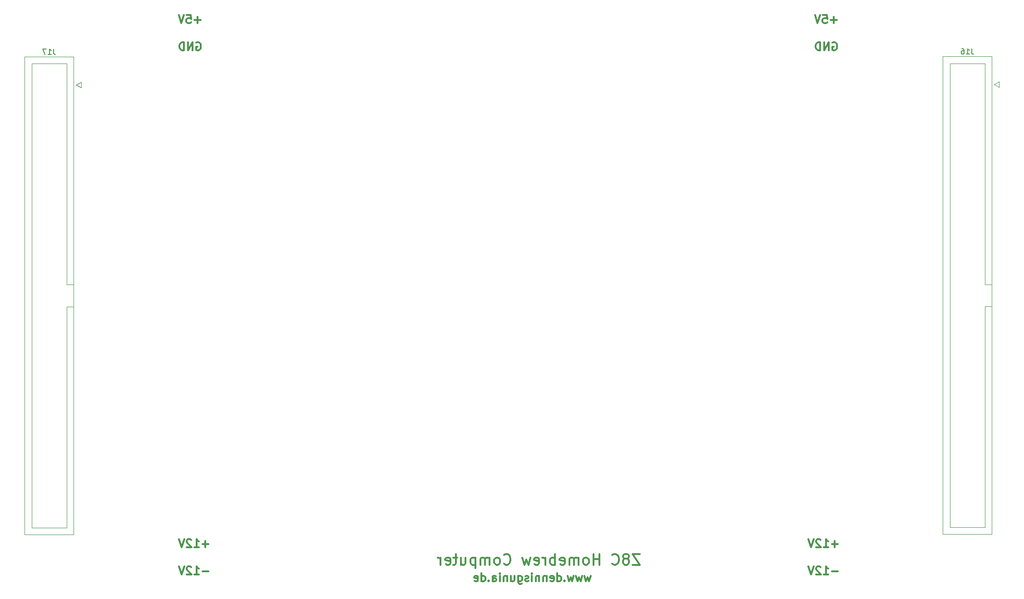
<source format=gbr>
%TF.GenerationSoftware,KiCad,Pcbnew,7.0.11+dfsg-1build4*%
%TF.CreationDate,2024-12-30T23:58:22+01:00*%
%TF.ProjectId,Z80-Backplane,5a38302d-4261-4636-9b70-6c616e652e6b,rev?*%
%TF.SameCoordinates,Original*%
%TF.FileFunction,Legend,Bot*%
%TF.FilePolarity,Positive*%
%FSLAX46Y46*%
G04 Gerber Fmt 4.6, Leading zero omitted, Abs format (unit mm)*
G04 Created by KiCad (PCBNEW 7.0.11+dfsg-1build4) date 2024-12-30 23:58:22*
%MOMM*%
%LPD*%
G01*
G04 APERTURE LIST*
%ADD10C,0.300000*%
%ADD11C,0.150000*%
%ADD12C,0.120000*%
G04 APERTURE END LIST*
D10*
X79120856Y-64019757D02*
X79263714Y-63948328D01*
X79263714Y-63948328D02*
X79477999Y-63948328D01*
X79477999Y-63948328D02*
X79692285Y-64019757D01*
X79692285Y-64019757D02*
X79835142Y-64162614D01*
X79835142Y-64162614D02*
X79906571Y-64305471D01*
X79906571Y-64305471D02*
X79977999Y-64591185D01*
X79977999Y-64591185D02*
X79977999Y-64805471D01*
X79977999Y-64805471D02*
X79906571Y-65091185D01*
X79906571Y-65091185D02*
X79835142Y-65234042D01*
X79835142Y-65234042D02*
X79692285Y-65376900D01*
X79692285Y-65376900D02*
X79477999Y-65448328D01*
X79477999Y-65448328D02*
X79335142Y-65448328D01*
X79335142Y-65448328D02*
X79120856Y-65376900D01*
X79120856Y-65376900D02*
X79049428Y-65305471D01*
X79049428Y-65305471D02*
X79049428Y-64805471D01*
X79049428Y-64805471D02*
X79335142Y-64805471D01*
X78406571Y-65448328D02*
X78406571Y-63948328D01*
X78406571Y-63948328D02*
X77549428Y-65448328D01*
X77549428Y-65448328D02*
X77549428Y-63948328D01*
X76835142Y-65448328D02*
X76835142Y-63948328D01*
X76835142Y-63948328D02*
X76477999Y-63948328D01*
X76477999Y-63948328D02*
X76263713Y-64019757D01*
X76263713Y-64019757D02*
X76120856Y-64162614D01*
X76120856Y-64162614D02*
X76049427Y-64305471D01*
X76049427Y-64305471D02*
X75977999Y-64591185D01*
X75977999Y-64591185D02*
X75977999Y-64805471D01*
X75977999Y-64805471D02*
X76049427Y-65091185D01*
X76049427Y-65091185D02*
X76120856Y-65234042D01*
X76120856Y-65234042D02*
X76263713Y-65376900D01*
X76263713Y-65376900D02*
X76477999Y-65448328D01*
X76477999Y-65448328D02*
X76835142Y-65448328D01*
X81382856Y-162666900D02*
X80239999Y-162666900D01*
X78739998Y-163238328D02*
X79597141Y-163238328D01*
X79168570Y-163238328D02*
X79168570Y-161738328D01*
X79168570Y-161738328D02*
X79311427Y-161952614D01*
X79311427Y-161952614D02*
X79454284Y-162095471D01*
X79454284Y-162095471D02*
X79597141Y-162166900D01*
X78168570Y-161881185D02*
X78097142Y-161809757D01*
X78097142Y-161809757D02*
X77954285Y-161738328D01*
X77954285Y-161738328D02*
X77597142Y-161738328D01*
X77597142Y-161738328D02*
X77454285Y-161809757D01*
X77454285Y-161809757D02*
X77382856Y-161881185D01*
X77382856Y-161881185D02*
X77311427Y-162024042D01*
X77311427Y-162024042D02*
X77311427Y-162166900D01*
X77311427Y-162166900D02*
X77382856Y-162381185D01*
X77382856Y-162381185D02*
X78239999Y-163238328D01*
X78239999Y-163238328D02*
X77311427Y-163238328D01*
X76882856Y-161738328D02*
X76382856Y-163238328D01*
X76382856Y-163238328D02*
X75882856Y-161738328D01*
X152624858Y-163508328D02*
X152339144Y-164508328D01*
X152339144Y-164508328D02*
X152053429Y-163794042D01*
X152053429Y-163794042D02*
X151767715Y-164508328D01*
X151767715Y-164508328D02*
X151482001Y-163508328D01*
X151053429Y-163508328D02*
X150767715Y-164508328D01*
X150767715Y-164508328D02*
X150482000Y-163794042D01*
X150482000Y-163794042D02*
X150196286Y-164508328D01*
X150196286Y-164508328D02*
X149910572Y-163508328D01*
X149482000Y-163508328D02*
X149196286Y-164508328D01*
X149196286Y-164508328D02*
X148910571Y-163794042D01*
X148910571Y-163794042D02*
X148624857Y-164508328D01*
X148624857Y-164508328D02*
X148339143Y-163508328D01*
X147767714Y-164365471D02*
X147696285Y-164436900D01*
X147696285Y-164436900D02*
X147767714Y-164508328D01*
X147767714Y-164508328D02*
X147839142Y-164436900D01*
X147839142Y-164436900D02*
X147767714Y-164365471D01*
X147767714Y-164365471D02*
X147767714Y-164508328D01*
X146410571Y-164508328D02*
X146410571Y-163008328D01*
X146410571Y-164436900D02*
X146553428Y-164508328D01*
X146553428Y-164508328D02*
X146839142Y-164508328D01*
X146839142Y-164508328D02*
X146981999Y-164436900D01*
X146981999Y-164436900D02*
X147053428Y-164365471D01*
X147053428Y-164365471D02*
X147124856Y-164222614D01*
X147124856Y-164222614D02*
X147124856Y-163794042D01*
X147124856Y-163794042D02*
X147053428Y-163651185D01*
X147053428Y-163651185D02*
X146981999Y-163579757D01*
X146981999Y-163579757D02*
X146839142Y-163508328D01*
X146839142Y-163508328D02*
X146553428Y-163508328D01*
X146553428Y-163508328D02*
X146410571Y-163579757D01*
X145124856Y-164436900D02*
X145267713Y-164508328D01*
X145267713Y-164508328D02*
X145553428Y-164508328D01*
X145553428Y-164508328D02*
X145696285Y-164436900D01*
X145696285Y-164436900D02*
X145767713Y-164294042D01*
X145767713Y-164294042D02*
X145767713Y-163722614D01*
X145767713Y-163722614D02*
X145696285Y-163579757D01*
X145696285Y-163579757D02*
X145553428Y-163508328D01*
X145553428Y-163508328D02*
X145267713Y-163508328D01*
X145267713Y-163508328D02*
X145124856Y-163579757D01*
X145124856Y-163579757D02*
X145053428Y-163722614D01*
X145053428Y-163722614D02*
X145053428Y-163865471D01*
X145053428Y-163865471D02*
X145767713Y-164008328D01*
X144410571Y-163508328D02*
X144410571Y-164508328D01*
X144410571Y-163651185D02*
X144339142Y-163579757D01*
X144339142Y-163579757D02*
X144196285Y-163508328D01*
X144196285Y-163508328D02*
X143981999Y-163508328D01*
X143981999Y-163508328D02*
X143839142Y-163579757D01*
X143839142Y-163579757D02*
X143767714Y-163722614D01*
X143767714Y-163722614D02*
X143767714Y-164508328D01*
X143053428Y-163508328D02*
X143053428Y-164508328D01*
X143053428Y-163651185D02*
X142981999Y-163579757D01*
X142981999Y-163579757D02*
X142839142Y-163508328D01*
X142839142Y-163508328D02*
X142624856Y-163508328D01*
X142624856Y-163508328D02*
X142481999Y-163579757D01*
X142481999Y-163579757D02*
X142410571Y-163722614D01*
X142410571Y-163722614D02*
X142410571Y-164508328D01*
X141696285Y-164508328D02*
X141696285Y-163508328D01*
X141696285Y-163008328D02*
X141767713Y-163079757D01*
X141767713Y-163079757D02*
X141696285Y-163151185D01*
X141696285Y-163151185D02*
X141624856Y-163079757D01*
X141624856Y-163079757D02*
X141696285Y-163008328D01*
X141696285Y-163008328D02*
X141696285Y-163151185D01*
X141053427Y-164436900D02*
X140910570Y-164508328D01*
X140910570Y-164508328D02*
X140624856Y-164508328D01*
X140624856Y-164508328D02*
X140481999Y-164436900D01*
X140481999Y-164436900D02*
X140410570Y-164294042D01*
X140410570Y-164294042D02*
X140410570Y-164222614D01*
X140410570Y-164222614D02*
X140481999Y-164079757D01*
X140481999Y-164079757D02*
X140624856Y-164008328D01*
X140624856Y-164008328D02*
X140839142Y-164008328D01*
X140839142Y-164008328D02*
X140981999Y-163936900D01*
X140981999Y-163936900D02*
X141053427Y-163794042D01*
X141053427Y-163794042D02*
X141053427Y-163722614D01*
X141053427Y-163722614D02*
X140981999Y-163579757D01*
X140981999Y-163579757D02*
X140839142Y-163508328D01*
X140839142Y-163508328D02*
X140624856Y-163508328D01*
X140624856Y-163508328D02*
X140481999Y-163579757D01*
X139124856Y-163508328D02*
X139124856Y-164722614D01*
X139124856Y-164722614D02*
X139196284Y-164865471D01*
X139196284Y-164865471D02*
X139267713Y-164936900D01*
X139267713Y-164936900D02*
X139410570Y-165008328D01*
X139410570Y-165008328D02*
X139624856Y-165008328D01*
X139624856Y-165008328D02*
X139767713Y-164936900D01*
X139124856Y-164436900D02*
X139267713Y-164508328D01*
X139267713Y-164508328D02*
X139553427Y-164508328D01*
X139553427Y-164508328D02*
X139696284Y-164436900D01*
X139696284Y-164436900D02*
X139767713Y-164365471D01*
X139767713Y-164365471D02*
X139839141Y-164222614D01*
X139839141Y-164222614D02*
X139839141Y-163794042D01*
X139839141Y-163794042D02*
X139767713Y-163651185D01*
X139767713Y-163651185D02*
X139696284Y-163579757D01*
X139696284Y-163579757D02*
X139553427Y-163508328D01*
X139553427Y-163508328D02*
X139267713Y-163508328D01*
X139267713Y-163508328D02*
X139124856Y-163579757D01*
X137767713Y-163508328D02*
X137767713Y-164508328D01*
X138410570Y-163508328D02*
X138410570Y-164294042D01*
X138410570Y-164294042D02*
X138339141Y-164436900D01*
X138339141Y-164436900D02*
X138196284Y-164508328D01*
X138196284Y-164508328D02*
X137981998Y-164508328D01*
X137981998Y-164508328D02*
X137839141Y-164436900D01*
X137839141Y-164436900D02*
X137767713Y-164365471D01*
X137053427Y-163508328D02*
X137053427Y-164508328D01*
X137053427Y-163651185D02*
X136981998Y-163579757D01*
X136981998Y-163579757D02*
X136839141Y-163508328D01*
X136839141Y-163508328D02*
X136624855Y-163508328D01*
X136624855Y-163508328D02*
X136481998Y-163579757D01*
X136481998Y-163579757D02*
X136410570Y-163722614D01*
X136410570Y-163722614D02*
X136410570Y-164508328D01*
X135696284Y-164508328D02*
X135696284Y-163508328D01*
X135696284Y-163008328D02*
X135767712Y-163079757D01*
X135767712Y-163079757D02*
X135696284Y-163151185D01*
X135696284Y-163151185D02*
X135624855Y-163079757D01*
X135624855Y-163079757D02*
X135696284Y-163008328D01*
X135696284Y-163008328D02*
X135696284Y-163151185D01*
X134339141Y-164508328D02*
X134339141Y-163722614D01*
X134339141Y-163722614D02*
X134410569Y-163579757D01*
X134410569Y-163579757D02*
X134553426Y-163508328D01*
X134553426Y-163508328D02*
X134839141Y-163508328D01*
X134839141Y-163508328D02*
X134981998Y-163579757D01*
X134339141Y-164436900D02*
X134481998Y-164508328D01*
X134481998Y-164508328D02*
X134839141Y-164508328D01*
X134839141Y-164508328D02*
X134981998Y-164436900D01*
X134981998Y-164436900D02*
X135053426Y-164294042D01*
X135053426Y-164294042D02*
X135053426Y-164151185D01*
X135053426Y-164151185D02*
X134981998Y-164008328D01*
X134981998Y-164008328D02*
X134839141Y-163936900D01*
X134839141Y-163936900D02*
X134481998Y-163936900D01*
X134481998Y-163936900D02*
X134339141Y-163865471D01*
X133624855Y-164365471D02*
X133553426Y-164436900D01*
X133553426Y-164436900D02*
X133624855Y-164508328D01*
X133624855Y-164508328D02*
X133696283Y-164436900D01*
X133696283Y-164436900D02*
X133624855Y-164365471D01*
X133624855Y-164365471D02*
X133624855Y-164508328D01*
X132267712Y-164508328D02*
X132267712Y-163008328D01*
X132267712Y-164436900D02*
X132410569Y-164508328D01*
X132410569Y-164508328D02*
X132696283Y-164508328D01*
X132696283Y-164508328D02*
X132839140Y-164436900D01*
X132839140Y-164436900D02*
X132910569Y-164365471D01*
X132910569Y-164365471D02*
X132981997Y-164222614D01*
X132981997Y-164222614D02*
X132981997Y-163794042D01*
X132981997Y-163794042D02*
X132910569Y-163651185D01*
X132910569Y-163651185D02*
X132839140Y-163579757D01*
X132839140Y-163579757D02*
X132696283Y-163508328D01*
X132696283Y-163508328D02*
X132410569Y-163508328D01*
X132410569Y-163508328D02*
X132267712Y-163579757D01*
X130981997Y-164436900D02*
X131124854Y-164508328D01*
X131124854Y-164508328D02*
X131410569Y-164508328D01*
X131410569Y-164508328D02*
X131553426Y-164436900D01*
X131553426Y-164436900D02*
X131624854Y-164294042D01*
X131624854Y-164294042D02*
X131624854Y-163722614D01*
X131624854Y-163722614D02*
X131553426Y-163579757D01*
X131553426Y-163579757D02*
X131410569Y-163508328D01*
X131410569Y-163508328D02*
X131124854Y-163508328D01*
X131124854Y-163508328D02*
X130981997Y-163579757D01*
X130981997Y-163579757D02*
X130910569Y-163722614D01*
X130910569Y-163722614D02*
X130910569Y-163865471D01*
X130910569Y-163865471D02*
X131624854Y-164008328D01*
X198730856Y-157586900D02*
X197587999Y-157586900D01*
X198159427Y-158158328D02*
X198159427Y-157015471D01*
X196087998Y-158158328D02*
X196945141Y-158158328D01*
X196516570Y-158158328D02*
X196516570Y-156658328D01*
X196516570Y-156658328D02*
X196659427Y-156872614D01*
X196659427Y-156872614D02*
X196802284Y-157015471D01*
X196802284Y-157015471D02*
X196945141Y-157086900D01*
X195516570Y-156801185D02*
X195445142Y-156729757D01*
X195445142Y-156729757D02*
X195302285Y-156658328D01*
X195302285Y-156658328D02*
X194945142Y-156658328D01*
X194945142Y-156658328D02*
X194802285Y-156729757D01*
X194802285Y-156729757D02*
X194730856Y-156801185D01*
X194730856Y-156801185D02*
X194659427Y-156944042D01*
X194659427Y-156944042D02*
X194659427Y-157086900D01*
X194659427Y-157086900D02*
X194730856Y-157301185D01*
X194730856Y-157301185D02*
X195587999Y-158158328D01*
X195587999Y-158158328D02*
X194659427Y-158158328D01*
X194230856Y-156658328D02*
X193730856Y-158158328D01*
X193730856Y-158158328D02*
X193230856Y-156658328D01*
X161811524Y-159437638D02*
X160478191Y-159437638D01*
X160478191Y-159437638D02*
X161811524Y-161437638D01*
X161811524Y-161437638D02*
X160478191Y-161437638D01*
X159430572Y-160294780D02*
X159621048Y-160199542D01*
X159621048Y-160199542D02*
X159716286Y-160104304D01*
X159716286Y-160104304D02*
X159811524Y-159913828D01*
X159811524Y-159913828D02*
X159811524Y-159818590D01*
X159811524Y-159818590D02*
X159716286Y-159628114D01*
X159716286Y-159628114D02*
X159621048Y-159532876D01*
X159621048Y-159532876D02*
X159430572Y-159437638D01*
X159430572Y-159437638D02*
X159049619Y-159437638D01*
X159049619Y-159437638D02*
X158859143Y-159532876D01*
X158859143Y-159532876D02*
X158763905Y-159628114D01*
X158763905Y-159628114D02*
X158668667Y-159818590D01*
X158668667Y-159818590D02*
X158668667Y-159913828D01*
X158668667Y-159913828D02*
X158763905Y-160104304D01*
X158763905Y-160104304D02*
X158859143Y-160199542D01*
X158859143Y-160199542D02*
X159049619Y-160294780D01*
X159049619Y-160294780D02*
X159430572Y-160294780D01*
X159430572Y-160294780D02*
X159621048Y-160390019D01*
X159621048Y-160390019D02*
X159716286Y-160485257D01*
X159716286Y-160485257D02*
X159811524Y-160675733D01*
X159811524Y-160675733D02*
X159811524Y-161056685D01*
X159811524Y-161056685D02*
X159716286Y-161247161D01*
X159716286Y-161247161D02*
X159621048Y-161342400D01*
X159621048Y-161342400D02*
X159430572Y-161437638D01*
X159430572Y-161437638D02*
X159049619Y-161437638D01*
X159049619Y-161437638D02*
X158859143Y-161342400D01*
X158859143Y-161342400D02*
X158763905Y-161247161D01*
X158763905Y-161247161D02*
X158668667Y-161056685D01*
X158668667Y-161056685D02*
X158668667Y-160675733D01*
X158668667Y-160675733D02*
X158763905Y-160485257D01*
X158763905Y-160485257D02*
X158859143Y-160390019D01*
X158859143Y-160390019D02*
X159049619Y-160294780D01*
X156668667Y-161247161D02*
X156763905Y-161342400D01*
X156763905Y-161342400D02*
X157049619Y-161437638D01*
X157049619Y-161437638D02*
X157240095Y-161437638D01*
X157240095Y-161437638D02*
X157525810Y-161342400D01*
X157525810Y-161342400D02*
X157716286Y-161151923D01*
X157716286Y-161151923D02*
X157811524Y-160961447D01*
X157811524Y-160961447D02*
X157906762Y-160580495D01*
X157906762Y-160580495D02*
X157906762Y-160294780D01*
X157906762Y-160294780D02*
X157811524Y-159913828D01*
X157811524Y-159913828D02*
X157716286Y-159723352D01*
X157716286Y-159723352D02*
X157525810Y-159532876D01*
X157525810Y-159532876D02*
X157240095Y-159437638D01*
X157240095Y-159437638D02*
X157049619Y-159437638D01*
X157049619Y-159437638D02*
X156763905Y-159532876D01*
X156763905Y-159532876D02*
X156668667Y-159628114D01*
X154287714Y-161437638D02*
X154287714Y-159437638D01*
X154287714Y-160390019D02*
X153144857Y-160390019D01*
X153144857Y-161437638D02*
X153144857Y-159437638D01*
X151906762Y-161437638D02*
X152097238Y-161342400D01*
X152097238Y-161342400D02*
X152192476Y-161247161D01*
X152192476Y-161247161D02*
X152287714Y-161056685D01*
X152287714Y-161056685D02*
X152287714Y-160485257D01*
X152287714Y-160485257D02*
X152192476Y-160294780D01*
X152192476Y-160294780D02*
X152097238Y-160199542D01*
X152097238Y-160199542D02*
X151906762Y-160104304D01*
X151906762Y-160104304D02*
X151621047Y-160104304D01*
X151621047Y-160104304D02*
X151430571Y-160199542D01*
X151430571Y-160199542D02*
X151335333Y-160294780D01*
X151335333Y-160294780D02*
X151240095Y-160485257D01*
X151240095Y-160485257D02*
X151240095Y-161056685D01*
X151240095Y-161056685D02*
X151335333Y-161247161D01*
X151335333Y-161247161D02*
X151430571Y-161342400D01*
X151430571Y-161342400D02*
X151621047Y-161437638D01*
X151621047Y-161437638D02*
X151906762Y-161437638D01*
X150382952Y-161437638D02*
X150382952Y-160104304D01*
X150382952Y-160294780D02*
X150287714Y-160199542D01*
X150287714Y-160199542D02*
X150097238Y-160104304D01*
X150097238Y-160104304D02*
X149811523Y-160104304D01*
X149811523Y-160104304D02*
X149621047Y-160199542D01*
X149621047Y-160199542D02*
X149525809Y-160390019D01*
X149525809Y-160390019D02*
X149525809Y-161437638D01*
X149525809Y-160390019D02*
X149430571Y-160199542D01*
X149430571Y-160199542D02*
X149240095Y-160104304D01*
X149240095Y-160104304D02*
X148954381Y-160104304D01*
X148954381Y-160104304D02*
X148763904Y-160199542D01*
X148763904Y-160199542D02*
X148668666Y-160390019D01*
X148668666Y-160390019D02*
X148668666Y-161437638D01*
X146954380Y-161342400D02*
X147144856Y-161437638D01*
X147144856Y-161437638D02*
X147525809Y-161437638D01*
X147525809Y-161437638D02*
X147716285Y-161342400D01*
X147716285Y-161342400D02*
X147811523Y-161151923D01*
X147811523Y-161151923D02*
X147811523Y-160390019D01*
X147811523Y-160390019D02*
X147716285Y-160199542D01*
X147716285Y-160199542D02*
X147525809Y-160104304D01*
X147525809Y-160104304D02*
X147144856Y-160104304D01*
X147144856Y-160104304D02*
X146954380Y-160199542D01*
X146954380Y-160199542D02*
X146859142Y-160390019D01*
X146859142Y-160390019D02*
X146859142Y-160580495D01*
X146859142Y-160580495D02*
X147811523Y-160770971D01*
X146001999Y-161437638D02*
X146001999Y-159437638D01*
X146001999Y-160199542D02*
X145811523Y-160104304D01*
X145811523Y-160104304D02*
X145430570Y-160104304D01*
X145430570Y-160104304D02*
X145240094Y-160199542D01*
X145240094Y-160199542D02*
X145144856Y-160294780D01*
X145144856Y-160294780D02*
X145049618Y-160485257D01*
X145049618Y-160485257D02*
X145049618Y-161056685D01*
X145049618Y-161056685D02*
X145144856Y-161247161D01*
X145144856Y-161247161D02*
X145240094Y-161342400D01*
X145240094Y-161342400D02*
X145430570Y-161437638D01*
X145430570Y-161437638D02*
X145811523Y-161437638D01*
X145811523Y-161437638D02*
X146001999Y-161342400D01*
X144192475Y-161437638D02*
X144192475Y-160104304D01*
X144192475Y-160485257D02*
X144097237Y-160294780D01*
X144097237Y-160294780D02*
X144001999Y-160199542D01*
X144001999Y-160199542D02*
X143811523Y-160104304D01*
X143811523Y-160104304D02*
X143621046Y-160104304D01*
X142192475Y-161342400D02*
X142382951Y-161437638D01*
X142382951Y-161437638D02*
X142763904Y-161437638D01*
X142763904Y-161437638D02*
X142954380Y-161342400D01*
X142954380Y-161342400D02*
X143049618Y-161151923D01*
X143049618Y-161151923D02*
X143049618Y-160390019D01*
X143049618Y-160390019D02*
X142954380Y-160199542D01*
X142954380Y-160199542D02*
X142763904Y-160104304D01*
X142763904Y-160104304D02*
X142382951Y-160104304D01*
X142382951Y-160104304D02*
X142192475Y-160199542D01*
X142192475Y-160199542D02*
X142097237Y-160390019D01*
X142097237Y-160390019D02*
X142097237Y-160580495D01*
X142097237Y-160580495D02*
X143049618Y-160770971D01*
X141430570Y-160104304D02*
X141049618Y-161437638D01*
X141049618Y-161437638D02*
X140668665Y-160485257D01*
X140668665Y-160485257D02*
X140287713Y-161437638D01*
X140287713Y-161437638D02*
X139906761Y-160104304D01*
X136478189Y-161247161D02*
X136573427Y-161342400D01*
X136573427Y-161342400D02*
X136859141Y-161437638D01*
X136859141Y-161437638D02*
X137049617Y-161437638D01*
X137049617Y-161437638D02*
X137335332Y-161342400D01*
X137335332Y-161342400D02*
X137525808Y-161151923D01*
X137525808Y-161151923D02*
X137621046Y-160961447D01*
X137621046Y-160961447D02*
X137716284Y-160580495D01*
X137716284Y-160580495D02*
X137716284Y-160294780D01*
X137716284Y-160294780D02*
X137621046Y-159913828D01*
X137621046Y-159913828D02*
X137525808Y-159723352D01*
X137525808Y-159723352D02*
X137335332Y-159532876D01*
X137335332Y-159532876D02*
X137049617Y-159437638D01*
X137049617Y-159437638D02*
X136859141Y-159437638D01*
X136859141Y-159437638D02*
X136573427Y-159532876D01*
X136573427Y-159532876D02*
X136478189Y-159628114D01*
X135335332Y-161437638D02*
X135525808Y-161342400D01*
X135525808Y-161342400D02*
X135621046Y-161247161D01*
X135621046Y-161247161D02*
X135716284Y-161056685D01*
X135716284Y-161056685D02*
X135716284Y-160485257D01*
X135716284Y-160485257D02*
X135621046Y-160294780D01*
X135621046Y-160294780D02*
X135525808Y-160199542D01*
X135525808Y-160199542D02*
X135335332Y-160104304D01*
X135335332Y-160104304D02*
X135049617Y-160104304D01*
X135049617Y-160104304D02*
X134859141Y-160199542D01*
X134859141Y-160199542D02*
X134763903Y-160294780D01*
X134763903Y-160294780D02*
X134668665Y-160485257D01*
X134668665Y-160485257D02*
X134668665Y-161056685D01*
X134668665Y-161056685D02*
X134763903Y-161247161D01*
X134763903Y-161247161D02*
X134859141Y-161342400D01*
X134859141Y-161342400D02*
X135049617Y-161437638D01*
X135049617Y-161437638D02*
X135335332Y-161437638D01*
X133811522Y-161437638D02*
X133811522Y-160104304D01*
X133811522Y-160294780D02*
X133716284Y-160199542D01*
X133716284Y-160199542D02*
X133525808Y-160104304D01*
X133525808Y-160104304D02*
X133240093Y-160104304D01*
X133240093Y-160104304D02*
X133049617Y-160199542D01*
X133049617Y-160199542D02*
X132954379Y-160390019D01*
X132954379Y-160390019D02*
X132954379Y-161437638D01*
X132954379Y-160390019D02*
X132859141Y-160199542D01*
X132859141Y-160199542D02*
X132668665Y-160104304D01*
X132668665Y-160104304D02*
X132382951Y-160104304D01*
X132382951Y-160104304D02*
X132192474Y-160199542D01*
X132192474Y-160199542D02*
X132097236Y-160390019D01*
X132097236Y-160390019D02*
X132097236Y-161437638D01*
X131144855Y-160104304D02*
X131144855Y-162104304D01*
X131144855Y-160199542D02*
X130954379Y-160104304D01*
X130954379Y-160104304D02*
X130573426Y-160104304D01*
X130573426Y-160104304D02*
X130382950Y-160199542D01*
X130382950Y-160199542D02*
X130287712Y-160294780D01*
X130287712Y-160294780D02*
X130192474Y-160485257D01*
X130192474Y-160485257D02*
X130192474Y-161056685D01*
X130192474Y-161056685D02*
X130287712Y-161247161D01*
X130287712Y-161247161D02*
X130382950Y-161342400D01*
X130382950Y-161342400D02*
X130573426Y-161437638D01*
X130573426Y-161437638D02*
X130954379Y-161437638D01*
X130954379Y-161437638D02*
X131144855Y-161342400D01*
X128478188Y-160104304D02*
X128478188Y-161437638D01*
X129335331Y-160104304D02*
X129335331Y-161151923D01*
X129335331Y-161151923D02*
X129240093Y-161342400D01*
X129240093Y-161342400D02*
X129049617Y-161437638D01*
X129049617Y-161437638D02*
X128763902Y-161437638D01*
X128763902Y-161437638D02*
X128573426Y-161342400D01*
X128573426Y-161342400D02*
X128478188Y-161247161D01*
X127811521Y-160104304D02*
X127049617Y-160104304D01*
X127525807Y-159437638D02*
X127525807Y-161151923D01*
X127525807Y-161151923D02*
X127430569Y-161342400D01*
X127430569Y-161342400D02*
X127240093Y-161437638D01*
X127240093Y-161437638D02*
X127049617Y-161437638D01*
X125621045Y-161342400D02*
X125811521Y-161437638D01*
X125811521Y-161437638D02*
X126192474Y-161437638D01*
X126192474Y-161437638D02*
X126382950Y-161342400D01*
X126382950Y-161342400D02*
X126478188Y-161151923D01*
X126478188Y-161151923D02*
X126478188Y-160390019D01*
X126478188Y-160390019D02*
X126382950Y-160199542D01*
X126382950Y-160199542D02*
X126192474Y-160104304D01*
X126192474Y-160104304D02*
X125811521Y-160104304D01*
X125811521Y-160104304D02*
X125621045Y-160199542D01*
X125621045Y-160199542D02*
X125525807Y-160390019D01*
X125525807Y-160390019D02*
X125525807Y-160580495D01*
X125525807Y-160580495D02*
X126478188Y-160770971D01*
X124668664Y-161437638D02*
X124668664Y-160104304D01*
X124668664Y-160485257D02*
X124573426Y-160294780D01*
X124573426Y-160294780D02*
X124478188Y-160199542D01*
X124478188Y-160199542D02*
X124287712Y-160104304D01*
X124287712Y-160104304D02*
X124097235Y-160104304D01*
X198524571Y-59796900D02*
X197381714Y-59796900D01*
X197953142Y-60368328D02*
X197953142Y-59225471D01*
X195953142Y-58868328D02*
X196667428Y-58868328D01*
X196667428Y-58868328D02*
X196738856Y-59582614D01*
X196738856Y-59582614D02*
X196667428Y-59511185D01*
X196667428Y-59511185D02*
X196524571Y-59439757D01*
X196524571Y-59439757D02*
X196167428Y-59439757D01*
X196167428Y-59439757D02*
X196024571Y-59511185D01*
X196024571Y-59511185D02*
X195953142Y-59582614D01*
X195953142Y-59582614D02*
X195881713Y-59725471D01*
X195881713Y-59725471D02*
X195881713Y-60082614D01*
X195881713Y-60082614D02*
X195953142Y-60225471D01*
X195953142Y-60225471D02*
X196024571Y-60296900D01*
X196024571Y-60296900D02*
X196167428Y-60368328D01*
X196167428Y-60368328D02*
X196524571Y-60368328D01*
X196524571Y-60368328D02*
X196667428Y-60296900D01*
X196667428Y-60296900D02*
X196738856Y-60225471D01*
X195453142Y-58868328D02*
X194953142Y-60368328D01*
X194953142Y-60368328D02*
X194453142Y-58868328D01*
X79906571Y-59796900D02*
X78763714Y-59796900D01*
X79335142Y-60368328D02*
X79335142Y-59225471D01*
X77335142Y-58868328D02*
X78049428Y-58868328D01*
X78049428Y-58868328D02*
X78120856Y-59582614D01*
X78120856Y-59582614D02*
X78049428Y-59511185D01*
X78049428Y-59511185D02*
X77906571Y-59439757D01*
X77906571Y-59439757D02*
X77549428Y-59439757D01*
X77549428Y-59439757D02*
X77406571Y-59511185D01*
X77406571Y-59511185D02*
X77335142Y-59582614D01*
X77335142Y-59582614D02*
X77263713Y-59725471D01*
X77263713Y-59725471D02*
X77263713Y-60082614D01*
X77263713Y-60082614D02*
X77335142Y-60225471D01*
X77335142Y-60225471D02*
X77406571Y-60296900D01*
X77406571Y-60296900D02*
X77549428Y-60368328D01*
X77549428Y-60368328D02*
X77906571Y-60368328D01*
X77906571Y-60368328D02*
X78049428Y-60296900D01*
X78049428Y-60296900D02*
X78120856Y-60225471D01*
X76835142Y-58868328D02*
X76335142Y-60368328D01*
X76335142Y-60368328D02*
X75835142Y-58868328D01*
X81382856Y-157586900D02*
X80239999Y-157586900D01*
X80811427Y-158158328D02*
X80811427Y-157015471D01*
X78739998Y-158158328D02*
X79597141Y-158158328D01*
X79168570Y-158158328D02*
X79168570Y-156658328D01*
X79168570Y-156658328D02*
X79311427Y-156872614D01*
X79311427Y-156872614D02*
X79454284Y-157015471D01*
X79454284Y-157015471D02*
X79597141Y-157086900D01*
X78168570Y-156801185D02*
X78097142Y-156729757D01*
X78097142Y-156729757D02*
X77954285Y-156658328D01*
X77954285Y-156658328D02*
X77597142Y-156658328D01*
X77597142Y-156658328D02*
X77454285Y-156729757D01*
X77454285Y-156729757D02*
X77382856Y-156801185D01*
X77382856Y-156801185D02*
X77311427Y-156944042D01*
X77311427Y-156944042D02*
X77311427Y-157086900D01*
X77311427Y-157086900D02*
X77382856Y-157301185D01*
X77382856Y-157301185D02*
X78239999Y-158158328D01*
X78239999Y-158158328D02*
X77311427Y-158158328D01*
X76882856Y-156658328D02*
X76382856Y-158158328D01*
X76382856Y-158158328D02*
X75882856Y-156658328D01*
X197738856Y-64019757D02*
X197881714Y-63948328D01*
X197881714Y-63948328D02*
X198095999Y-63948328D01*
X198095999Y-63948328D02*
X198310285Y-64019757D01*
X198310285Y-64019757D02*
X198453142Y-64162614D01*
X198453142Y-64162614D02*
X198524571Y-64305471D01*
X198524571Y-64305471D02*
X198595999Y-64591185D01*
X198595999Y-64591185D02*
X198595999Y-64805471D01*
X198595999Y-64805471D02*
X198524571Y-65091185D01*
X198524571Y-65091185D02*
X198453142Y-65234042D01*
X198453142Y-65234042D02*
X198310285Y-65376900D01*
X198310285Y-65376900D02*
X198095999Y-65448328D01*
X198095999Y-65448328D02*
X197953142Y-65448328D01*
X197953142Y-65448328D02*
X197738856Y-65376900D01*
X197738856Y-65376900D02*
X197667428Y-65305471D01*
X197667428Y-65305471D02*
X197667428Y-64805471D01*
X197667428Y-64805471D02*
X197953142Y-64805471D01*
X197024571Y-65448328D02*
X197024571Y-63948328D01*
X197024571Y-63948328D02*
X196167428Y-65448328D01*
X196167428Y-65448328D02*
X196167428Y-63948328D01*
X195453142Y-65448328D02*
X195453142Y-63948328D01*
X195453142Y-63948328D02*
X195095999Y-63948328D01*
X195095999Y-63948328D02*
X194881713Y-64019757D01*
X194881713Y-64019757D02*
X194738856Y-64162614D01*
X194738856Y-64162614D02*
X194667427Y-64305471D01*
X194667427Y-64305471D02*
X194595999Y-64591185D01*
X194595999Y-64591185D02*
X194595999Y-64805471D01*
X194595999Y-64805471D02*
X194667427Y-65091185D01*
X194667427Y-65091185D02*
X194738856Y-65234042D01*
X194738856Y-65234042D02*
X194881713Y-65376900D01*
X194881713Y-65376900D02*
X195095999Y-65448328D01*
X195095999Y-65448328D02*
X195453142Y-65448328D01*
X198730856Y-162666900D02*
X197587999Y-162666900D01*
X196087998Y-163238328D02*
X196945141Y-163238328D01*
X196516570Y-163238328D02*
X196516570Y-161738328D01*
X196516570Y-161738328D02*
X196659427Y-161952614D01*
X196659427Y-161952614D02*
X196802284Y-162095471D01*
X196802284Y-162095471D02*
X196945141Y-162166900D01*
X195516570Y-161881185D02*
X195445142Y-161809757D01*
X195445142Y-161809757D02*
X195302285Y-161738328D01*
X195302285Y-161738328D02*
X194945142Y-161738328D01*
X194945142Y-161738328D02*
X194802285Y-161809757D01*
X194802285Y-161809757D02*
X194730856Y-161881185D01*
X194730856Y-161881185D02*
X194659427Y-162024042D01*
X194659427Y-162024042D02*
X194659427Y-162166900D01*
X194659427Y-162166900D02*
X194730856Y-162381185D01*
X194730856Y-162381185D02*
X195587999Y-163238328D01*
X195587999Y-163238328D02*
X194659427Y-163238328D01*
X194230856Y-161738328D02*
X193730856Y-163238328D01*
X193730856Y-163238328D02*
X193230856Y-161738328D01*
D11*
X52489523Y-65214819D02*
X52489523Y-65929104D01*
X52489523Y-65929104D02*
X52537142Y-66071961D01*
X52537142Y-66071961D02*
X52632380Y-66167200D01*
X52632380Y-66167200D02*
X52775237Y-66214819D01*
X52775237Y-66214819D02*
X52870475Y-66214819D01*
X51489523Y-66214819D02*
X52060951Y-66214819D01*
X51775237Y-66214819D02*
X51775237Y-65214819D01*
X51775237Y-65214819D02*
X51870475Y-65357676D01*
X51870475Y-65357676D02*
X51965713Y-65452914D01*
X51965713Y-65452914D02*
X52060951Y-65500533D01*
X51156189Y-65214819D02*
X50489523Y-65214819D01*
X50489523Y-65214819D02*
X50918094Y-66214819D01*
X223679523Y-65154819D02*
X223679523Y-65869104D01*
X223679523Y-65869104D02*
X223727142Y-66011961D01*
X223727142Y-66011961D02*
X223822380Y-66107200D01*
X223822380Y-66107200D02*
X223965237Y-66154819D01*
X223965237Y-66154819D02*
X224060475Y-66154819D01*
X222679523Y-66154819D02*
X223250951Y-66154819D01*
X222965237Y-66154819D02*
X222965237Y-65154819D01*
X222965237Y-65154819D02*
X223060475Y-65297676D01*
X223060475Y-65297676D02*
X223155713Y-65392914D01*
X223155713Y-65392914D02*
X223250951Y-65440533D01*
X221822380Y-65154819D02*
X222012856Y-65154819D01*
X222012856Y-65154819D02*
X222108094Y-65202438D01*
X222108094Y-65202438D02*
X222155713Y-65250057D01*
X222155713Y-65250057D02*
X222250951Y-65392914D01*
X222250951Y-65392914D02*
X222298570Y-65583390D01*
X222298570Y-65583390D02*
X222298570Y-65964342D01*
X222298570Y-65964342D02*
X222250951Y-66059580D01*
X222250951Y-66059580D02*
X222203332Y-66107200D01*
X222203332Y-66107200D02*
X222108094Y-66154819D01*
X222108094Y-66154819D02*
X221917618Y-66154819D01*
X221917618Y-66154819D02*
X221822380Y-66107200D01*
X221822380Y-66107200D02*
X221774761Y-66059580D01*
X221774761Y-66059580D02*
X221727142Y-65964342D01*
X221727142Y-65964342D02*
X221727142Y-65726247D01*
X221727142Y-65726247D02*
X221774761Y-65631009D01*
X221774761Y-65631009D02*
X221822380Y-65583390D01*
X221822380Y-65583390D02*
X221917618Y-65535771D01*
X221917618Y-65535771D02*
X222108094Y-65535771D01*
X222108094Y-65535771D02*
X222203332Y-65583390D01*
X222203332Y-65583390D02*
X222250951Y-65631009D01*
X222250951Y-65631009D02*
X222298570Y-65726247D01*
D12*
%TO.C,J17*%
X57630000Y-72360000D02*
X56630000Y-71860000D01*
X57630000Y-71360000D02*
X57630000Y-72360000D01*
X56630000Y-71860000D02*
X57630000Y-71360000D01*
X56240000Y-155810000D02*
X56240000Y-66650000D01*
X56240000Y-109180000D02*
X54930000Y-109180000D01*
X56240000Y-66650000D02*
X47120000Y-66650000D01*
X54930000Y-154510000D02*
X54930000Y-113280000D01*
X54930000Y-113280000D02*
X56240000Y-113280000D01*
X54930000Y-113280000D02*
X54930000Y-113280000D01*
X54930000Y-109180000D02*
X54930000Y-67950000D01*
X54930000Y-67950000D02*
X48430000Y-67950000D01*
X48430000Y-154510000D02*
X54930000Y-154510000D01*
X48430000Y-67950000D02*
X48430000Y-154510000D01*
X47120000Y-155810000D02*
X56240000Y-155810000D01*
X47120000Y-66650000D02*
X47120000Y-155810000D01*
%TO.C,J16*%
X228820000Y-72300000D02*
X227820000Y-71800000D01*
X228820000Y-71300000D02*
X228820000Y-72300000D01*
X227820000Y-71800000D02*
X228820000Y-71300000D01*
X227430000Y-155750000D02*
X227430000Y-66590000D01*
X227430000Y-109120000D02*
X226120000Y-109120000D01*
X227430000Y-66590000D02*
X218310000Y-66590000D01*
X226120000Y-154450000D02*
X226120000Y-113220000D01*
X226120000Y-113220000D02*
X227430000Y-113220000D01*
X226120000Y-113220000D02*
X226120000Y-113220000D01*
X226120000Y-109120000D02*
X226120000Y-67890000D01*
X226120000Y-67890000D02*
X219620000Y-67890000D01*
X219620000Y-154450000D02*
X226120000Y-154450000D01*
X219620000Y-67890000D02*
X219620000Y-154450000D01*
X218310000Y-155750000D02*
X227430000Y-155750000D01*
X218310000Y-66590000D02*
X218310000Y-155750000D01*
%TD*%
M02*

</source>
